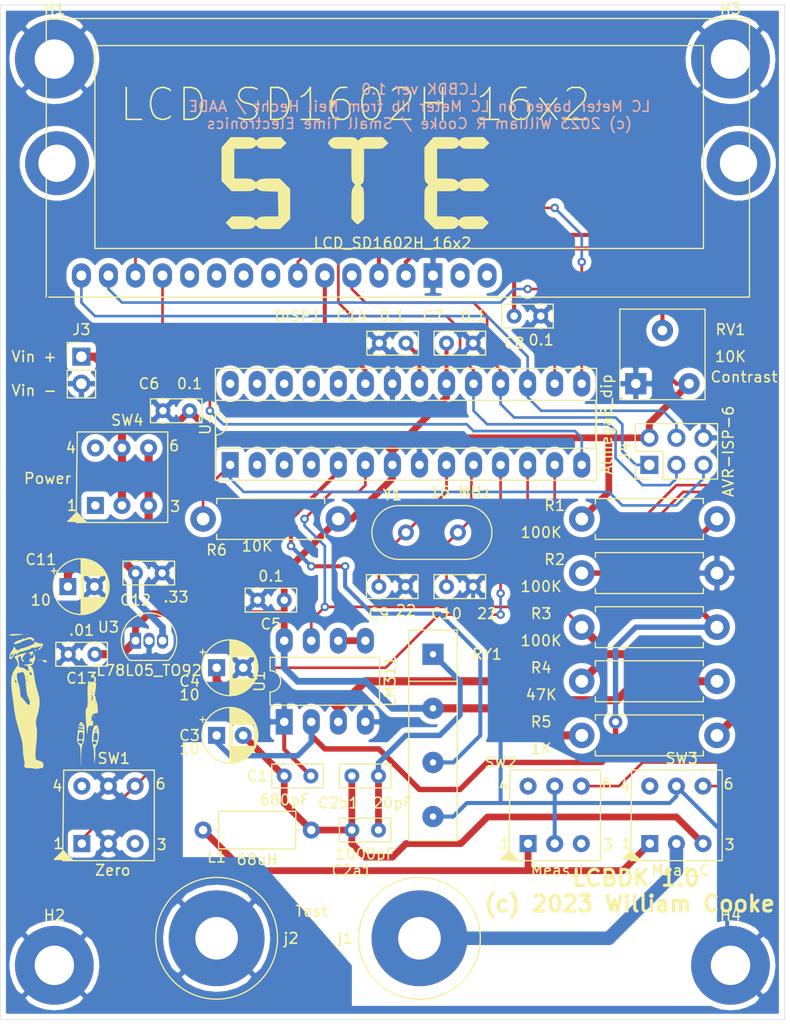
<source format=kicad_pcb>
(kicad_pcb (version 20171130) (host pcbnew 5.1.9+dfsg1-1+deb11u1)
  (layers (0 F.Cu signal) (31 B.Cu signal) (34 B.Paste user) (35 F.Paste user) (36 B.SilkS user hide) (37 F.SilkS user) (38 B.Mask user) (39 F.Mask user) (44 Edge.Cuts user))
  (net 0 "")
  (net 1 "Net-(C1-Pad1)")
  (net 2 GND)
  (net 3 "Net-(C3-Pad1)")
  (net 4 "Net-(C4-Pad1)")
  (net 5 VCC)
  (net 6 "Net-(C9-Pad1)")
  (net 7 "Net-(C10-Pad1)")
  (net 8 "Net-(C11-Pad1)")
  (net 9 "Net-(C14-Pad1)")
  (net 10 "Net-(C2a1-Pad2)")
  (net 11 "Net-(DISP1-Pad3)")
  (net 12 "Net-(DISP1-Pad4)")
  (net 13 "Net-(DISP1-Pad5)")
  (net 14 "Net-(DISP1-Pad6)")
  (net 15 "Net-(DISP1-Pad7)")
  (net 16 "Net-(DISP1-Pad8)")
  (net 17 "Net-(DISP1-Pad9)")
  (net 18 "Net-(DISP1-Pad10)")
  (net 19 "Net-(DISP1-Pad11)")
  (net 20 "Net-(DISP1-Pad12)")
  (net 21 "Net-(DISP1-Pad13)")
  (net 22 "Net-(DISP1-Pad14)")
  (net 23 "Net-(SW3-Pad2)")
  (net 24 "Net-(J3-Pad1)")
  (net 25 "Net-(L1-Pad1)")
  (net 26 "Net-(RY1-Pad3)")
  (net 27 "Net-(SW1-Pad1)")
  (net 28 "Net-(SW1-Pad4)")
  (net 29 "Net-(SW1-Pad3)")
  (net 30 "Net-(SW2-Pad6)")
  (net 31 "Net-(SW2-Pad4)")
  (net 32 "Net-(SW2-Pad3)")
  (net 33 "Net-(SW3-Pad4)")
  (net 34 "Net-(SW3-Pad6)")
  (net 35 "Net-(SW4-Pad1)")
  (net 36 "Net-(SW4-Pad4)")
  (net 37 "Net-(U1-Pad5)")
  (net 38 "Net-(U2-Pad2)")
  (net 39 "Net-(U2-Pad3)")
  (net 40 "Net-(U2-Pad4)")
  (net 41 "Net-(U2-Pad24)")
  (net 42 "Net-(U2-Pad25)")
  (net 43 "Net-(U2-Pad26)")
  (net 44 "Net-(U2-Pad27)")
  (net 45 "Net-(U2-Pad28)")
  (net 46 "Net-(J4-Pad5)")
  (net 47 "Net-(R3-Pad1)")
  (module bdk_electromechanical:ESwitch_TL2202_DPDT (layer F.Cu) (at 170.18 113.03)
    (fp_text reference SW3 (at 0.5 -8) (layer F.SilkS))
    (fp_text value Meas_C (at 0.4 2.5) (layer F.SilkS))
    (fp_text user 1 (at -4.7 0) (layer F.SilkS))
    (fp_text user 3 (at 5 0.1) (layer F.SilkS))
    (fp_text user 4 (at -4.8 -5.4) (layer F.SilkS))
    (fp_text user 6 (at 4.9 -5.6) (layer F.SilkS))
    (pad 1 thru_hole rect (at -2.5 0) (size 1.6 1.6) (drill 0.8) (layers *.Cu *.Mask) (net 25 "Net-(L1-Pad1)"))
    (pad 2 thru_hole circle (at 0 0) (size 1.6 1.6) (drill 0.8) (layers *.Cu *.Mask) (net 23 "Net-(SW3-Pad2)"))
    (pad 3 thru_hole circle (at 2.5 0) (size 1.6 1.6) (drill 0.8) (layers *.Cu *.Mask) (net 1 "Net-(C1-Pad1)"))
    (pad 4 thru_hole circle (at -2.5 -5.4) (size 1.6 1.6) (drill 0.8) (layers *.Cu *.Mask) (net 33 "Net-(SW3-Pad4)"))
    (pad 5 thru_hole circle (at 0 -5.4) (size 1.6 1.6) (drill 0.8) (layers *.Cu *.Mask) (net 2 GND))
    (pad 6 thru_hole circle (at 2.5 -5.4) (size 1.6 1.6) (drill 0.8) (layers *.Cu *.Mask) (net 34 "Net-(SW3-Pad6)"))
  )
  (module bdk_art:farmer_small (layer F.Cu) (at 111.76 99.695)
    (fp_text reference G*** hide)
    (fp_text value LOGO hide)
  )
  (module bdk_art:ste_logo (layer F.Cu) (at 140.335 51.435)
    (fp_text reference G*** hide)
    (fp_text value LOGO hide)
  )
  (module Capacitor_THT:C_Rect_L4.6mm_W2.0mm_P2.50mm_MKS02_FKP02 (layer F.Cu) (at 144.78 66.04 180)
    (fp_text reference C14 (at 5.08 2.54) (layer F.SilkS))
    (fp_text value 0.1 (at 1.27 2.54) (layer F.SilkS))
    (pad 2 thru_hole circle (at 2.5 0 180) (size 1.4 1.4) (drill 0.7) (layers *.Cu *.Mask) (net 2 GND))
    (pad 1 thru_hole circle (at 0 0 180) (size 1.4 1.4) (drill 0.7) (layers *.Cu *.Mask) (net 9 "Net-(C14-Pad1)"))
  )
  (module bdk_electromechanical:COMUS_Relay_35701331 (layer F.Cu) (at 147.32 102.87 270)
    (fp_text reference RY1 (at -7.62 -5.08 180) (layer F.SilkS))
    (fp_text value COMUS_ReedRelay_3570-1331)
    (pad 1 thru_hole rect (at -7.62 0 270) (size 2 2) (drill 0.6) (layers *.Cu *.Mask) (net 10 "Net-(C2a1-Pad2)"))
    (pad 2 thru_hole circle (at -2.54 0 270) (size 2 2) (drill 0.6) (layers *.Cu *.Mask) (net 5 VCC))
    (pad 3 thru_hole circle (at 2.54 0 270) (size 2 2) (drill 0.6) (layers *.Cu *.Mask) (net 26 "Net-(RY1-Pad3)"))
    (pad 4 thru_hole circle (at 7.62 0 270) (size 2 2) (drill 0.6) (layers *.Cu *.Mask) (net 2 GND))
  )
  (module Capacitor_THT:C_Rect_L4.6mm_W2.0mm_P2.50mm_MKS02_FKP02 (layer F.Cu) (at 133.35 106.68)
    (fp_text reference C1 (at -2.54 0) (layer F.SilkS))
    (fp_text value 680pF (at 0 2.25) (layer F.SilkS))
    (pad 1 thru_hole circle (at 0 0) (size 1.4 1.4) (drill 0.7) (layers *.Cu *.Mask) (net 1 "Net-(C1-Pad1)"))
    (pad 2 thru_hole circle (at 2.5 0) (size 1.4 1.4) (drill 0.7) (layers *.Cu *.Mask) (net 2 GND))
  )
  (module Capacitor_THT:CP_Radial_D5.0mm_P2.50mm (layer F.Cu) (at 127 102.87)
    (fp_text reference C3 (at -2.54 0) (layer F.SilkS))
    (fp_text value 10 (at -2.54 1.27) (layer F.SilkS))
    (pad 1 thru_hole rect (at 0 0) (size 1.6 1.6) (drill 0.8) (layers *.Cu *.Mask) (net 3 "Net-(C3-Pad1)"))
    (pad 2 thru_hole circle (at 2.5 0) (size 1.6 1.6) (drill 0.8) (layers *.Cu *.Mask) (net 1 "Net-(C1-Pad1)"))
  )
  (module Capacitor_THT:CP_Radial_D5.0mm_P2.50mm (layer F.Cu) (at 127 96.52)
    (fp_text reference C4 (at -2.54 1.27) (layer F.SilkS))
    (fp_text value 10 (at -2.54 2.54) (layer F.SilkS))
    (pad 2 thru_hole circle (at 2.5 0) (size 1.6 1.6) (drill 0.8) (layers *.Cu *.Mask) (net 2 GND))
    (pad 1 thru_hole rect (at 0 0) (size 1.6 1.6) (drill 0.8) (layers *.Cu *.Mask) (net 4 "Net-(C4-Pad1)"))
  )
  (module Capacitor_THT:C_Rect_L4.6mm_W2.0mm_P2.50mm_MKS02_FKP02 (layer F.Cu) (at 133.35 90.17 180)
    (fp_text reference C5 (at 1.25 -2.25) (layer F.SilkS))
    (fp_text value 0.1 (at 1.25 2.25) (layer F.SilkS))
    (pad 2 thru_hole circle (at 2.5 0 180) (size 1.4 1.4) (drill 0.7) (layers *.Cu *.Mask) (net 2 GND))
    (pad 1 thru_hole circle (at 0 0 180) (size 1.4 1.4) (drill 0.7) (layers *.Cu *.Mask) (net 5 VCC))
  )
  (module Capacitor_THT:C_Rect_L4.6mm_W2.0mm_P2.50mm_MKS02_FKP02 (layer F.Cu) (at 124.46 72.39 180)
    (fp_text reference C6 (at 3.81 2.54) (layer F.SilkS))
    (fp_text value 0.1 (at 0 2.54) (layer F.SilkS))
    (pad 2 thru_hole circle (at 2.5 0 180) (size 1.4 1.4) (drill 0.7) (layers *.Cu *.Mask) (net 2 GND))
    (pad 1 thru_hole circle (at 0 0 180) (size 1.4 1.4) (drill 0.7) (layers *.Cu *.Mask) (net 5 VCC))
  )
  (module Capacitor_THT:C_Rect_L4.6mm_W2.0mm_P2.50mm_MKS02_FKP02 (layer F.Cu) (at 148.59 66.04)
    (fp_text reference C7 (at -1.27 -2.54) (layer F.SilkS))
    (fp_text value 0.1 (at 2.54 -2.54) (layer F.SilkS))
    (pad 1 thru_hole circle (at 0 0) (size 1.4 1.4) (drill 0.7) (layers *.Cu *.Mask) (net 5 VCC))
    (pad 2 thru_hole circle (at 2.5 0) (size 1.4 1.4) (drill 0.7) (layers *.Cu *.Mask) (net 2 GND))
  )
  (module Capacitor_THT:C_Rect_L4.6mm_W2.0mm_P2.50mm_MKS02_FKP02 (layer F.Cu) (at 154.94 63.5)
    (fp_text reference C8 (at 0 2.54) (layer F.SilkS))
    (fp_text value 0.1 (at 2.54 2.25) (layer F.SilkS))
    (pad 1 thru_hole circle (at 0 0) (size 1.4 1.4) (drill 0.7) (layers *.Cu *.Mask) (net 5 VCC))
    (pad 2 thru_hole circle (at 2.5 0) (size 1.4 1.4) (drill 0.7) (layers *.Cu *.Mask) (net 2 GND))
  )
  (module Capacitor_THT:C_Rect_L4.6mm_W2.0mm_P2.50mm_MKS02_FKP02 (layer F.Cu) (at 142.24 88.9)
    (fp_text reference C9 (at 0 2.54) (layer F.SilkS))
    (fp_text value 22 (at 2.54 2.25) (layer F.SilkS))
    (pad 2 thru_hole circle (at 2.5 0) (size 1.4 1.4) (drill 0.7) (layers *.Cu *.Mask) (net 2 GND))
    (pad 1 thru_hole circle (at 0 0) (size 1.4 1.4) (drill 0.7) (layers *.Cu *.Mask) (net 6 "Net-(C9-Pad1)"))
  )
  (module Capacitor_THT:C_Rect_L4.6mm_W2.0mm_P2.50mm_MKS02_FKP02 (layer F.Cu) (at 148.59 88.9)
    (fp_text reference C10 (at 0 2.54) (layer F.SilkS))
    (fp_text value 22 (at 3.81 2.54) (layer F.SilkS))
    (pad 1 thru_hole circle (at 0 0) (size 1.4 1.4) (drill 0.7) (layers *.Cu *.Mask) (net 7 "Net-(C10-Pad1)"))
    (pad 2 thru_hole circle (at 2.5 0) (size 1.4 1.4) (drill 0.7) (layers *.Cu *.Mask) (net 2 GND))
  )
  (module Capacitor_THT:CP_Radial_D5.0mm_P2.50mm (layer F.Cu) (at 113.03 88.9)
    (fp_text reference C11 (at -2.54 -2.54) (layer F.SilkS))
    (fp_text value 10 (at -2.54 1.27) (layer F.SilkS))
    (pad 1 thru_hole rect (at 0 0) (size 1.6 1.6) (drill 0.8) (layers *.Cu *.Mask) (net 8 "Net-(C11-Pad1)"))
    (pad 2 thru_hole circle (at 2.5 0) (size 1.6 1.6) (drill 0.8) (layers *.Cu *.Mask) (net 2 GND))
  )
  (module Capacitor_THT:C_Rect_L4.6mm_W2.0mm_P2.50mm_MKS02_FKP02 (layer F.Cu) (at 119.38 87.63)
    (fp_text reference C12 (at 0 2.54) (layer F.SilkS))
    (fp_text value .33 (at 3.81 2.25) (layer F.SilkS))
    (pad 2 thru_hole circle (at 2.5 0) (size 1.4 1.4) (drill 0.7) (layers *.Cu *.Mask) (net 2 GND))
    (pad 1 thru_hole circle (at 0 0) (size 1.4 1.4) (drill 0.7) (layers *.Cu *.Mask) (net 8 "Net-(C11-Pad1)"))
  )
  (module Capacitor_THT:C_Rect_L4.6mm_W2.0mm_P2.50mm_MKS02_FKP02 (layer F.Cu) (at 115.57 95.25 180)
    (fp_text reference C13 (at 1.25 -2.25) (layer F.SilkS))
    (fp_text value .01 (at 1.25 2.25) (layer F.SilkS))
    (pad 1 thru_hole circle (at 0 0 180) (size 1.4 1.4) (drill 0.7) (layers *.Cu *.Mask) (net 5 VCC))
    (pad 2 thru_hole circle (at 2.5 0 180) (size 1.4 1.4) (drill 0.7) (layers *.Cu *.Mask) (net 2 GND))
  )
  (module Capacitor_THT:C_Rect_L4.6mm_W2.0mm_P2.50mm_MKS02_FKP02 (layer F.Cu) (at 139.7 111.76)
    (fp_text reference C2a1 (at 0 3.81) (layer F.SilkS))
    (fp_text value 1000pF (at 1.25 2.25) (layer F.SilkS))
    (pad 2 thru_hole circle (at 2.5 0) (size 1.4 1.4) (drill 0.7) (layers *.Cu *.Mask) (net 10 "Net-(C2a1-Pad2)"))
    (pad 1 thru_hole circle (at 0 0) (size 1.4 1.4) (drill 0.7) (layers *.Cu *.Mask) (net 1 "Net-(C1-Pad1)"))
  )
  (module Capacitor_THT:C_Rect_L4.6mm_W2.0mm_P2.50mm_MKS02_FKP02 (layer F.Cu) (at 139.7 106.68)
    (fp_text reference C2b1 (at -1.27 2.54) (layer F.SilkS))
    (fp_text value 20pF (at 3.81 2.54) (layer F.SilkS))
    (pad 1 thru_hole circle (at 0 0) (size 1.4 1.4) (drill 0.7) (layers *.Cu *.Mask) (net 1 "Net-(C1-Pad1)"))
    (pad 2 thru_hole circle (at 2.5 0) (size 1.4 1.4) (drill 0.7) (layers *.Cu *.Mask) (net 10 "Net-(C2a1-Pad2)"))
  )
  (module bdk_opto:LCD_SD1602H (layer F.Cu) (at 143.51 57.15)
    (fp_text reference DISP1 (at -8.89 6.35) (layer F.SilkS))
    (fp_text value LCD_SD1602H_16x2 (at 0 -0.5) (layer F.SilkS))
    (fp_text user "LCD SD1602H 16x2" (at -3.5 -13.5) (layer F.SilkS) (effects (font (size 3 3))))
    (pad 1 thru_hole rect (at 3.81 2.54) (size 1.778 2.286) (drill 0.9398) (layers *.Cu *.Mask) (net 2 GND))
    (pad 2 thru_hole oval (at 1.27 2.54) (size 1.778 2.286) (drill 0.9398) (layers *.Cu *.Mask) (net 5 VCC))
    (pad 3 thru_hole oval (at -1.27 2.54) (size 1.778 2.286) (drill 0.9398) (layers *.Cu *.Mask) (net 11 "Net-(DISP1-Pad3)"))
    (pad 4 thru_hole oval (at -3.81 2.54) (size 1.778 2.286) (drill 0.9398) (layers *.Cu *.Mask) (net 12 "Net-(DISP1-Pad4)"))
    (pad 5 thru_hole oval (at -6.35 2.54) (size 1.778 2.286) (drill 0.9398) (layers *.Cu *.Mask) (net 13 "Net-(DISP1-Pad5)"))
    (pad 6 thru_hole oval (at -8.89 2.54) (size 1.778 2.286) (drill 0.9398) (layers *.Cu *.Mask) (net 14 "Net-(DISP1-Pad6)"))
    (pad 7 thru_hole oval (at -11.43 2.54) (size 1.778 2.286) (drill 0.9398) (layers *.Cu *.Mask) (net 15 "Net-(DISP1-Pad7)"))
    (pad 8 thru_hole oval (at -13.97 2.54) (size 1.778 2.286) (drill 0.9398) (layers *.Cu *.Mask) (net 16 "Net-(DISP1-Pad8)"))
    (pad 9 thru_hole oval (at -16.51 2.54) (size 1.778 2.286) (drill 0.9398) (layers *.Cu *.Mask) (net 17 "Net-(DISP1-Pad9)"))
    (pad 10 thru_hole oval (at -19.05 2.54) (size 1.778 2.286) (drill 0.9398) (layers *.Cu *.Mask) (net 18 "Net-(DISP1-Pad10)"))
    (pad 11 thru_hole oval (at -21.59 2.54) (size 1.778 2.286) (drill 0.9398) (layers *.Cu *.Mask) (net 19 "Net-(DISP1-Pad11)"))
    (pad 12 thru_hole oval (at -24.13 2.54) (size 1.778 2.286) (drill 0.9398) (layers *.Cu *.Mask) (net 20 "Net-(DISP1-Pad12)"))
    (pad 13 thru_hole oval (at -26.67 2.54) (size 1.778 2.286) (drill 0.9398) (layers *.Cu *.Mask) (net 21 "Net-(DISP1-Pad13)"))
    (pad 14 thru_hole oval (at -29.21 2.54) (size 1.778 2.286) (drill 0.9398) (layers *.Cu *.Mask) (net 22 "Net-(DISP1-Pad14)"))
    (pad 15 thru_hole oval (at 8.89 2.54) (size 1.778 2.286) (drill 0.9398) (layers *.Cu *.Mask))
    (pad 16 thru_hole oval (at 6.35 2.54) (size 1.778 2.286) (drill 0.9398) (layers *.Cu *.Mask))
    (pad 17 thru_hole circle (at -31.5 -8) (size 6 6) (drill 3.5) (layers *.Cu *.Mask))
    (pad 18 thru_hole circle (at 32.5 -8) (size 6 6) (drill 3.5) (layers *.Cu *.Mask))
  )
  (module bdk_connector:tayda_binding_post (layer F.Cu) (at 146.05 121.92)
    (fp_text reference j1 (at -6.985 0) (layer F.SilkS))
    (fp_text value "Binding Post")
    (pad 1 thru_hole circle (at 0 0) (size 9 9) (drill 4) (layers *.Cu *.Mask) (net 23 "Net-(SW3-Pad2)"))
  )
  (module bdk_connector:tayda_binding_post (layer F.Cu) (at 127 121.92)
    (fp_text reference j2 (at 6.985 0) (layer F.SilkS))
    (fp_text value "Binding Post")
    (pad 1 thru_hole circle (at 0 0) (size 9 9) (drill 4) (layers *.Cu *.Mask) (net 2 GND))
  )
  (module Connector_PinHeader_2.54mm:PinHeader_1x02_P2.54mm_Vertical (layer F.Cu) (at 114.3 67.31)
    (fp_text reference J3 (at 0 -2.54) (layer F.SilkS))
    (fp_text value Conn_01x02)
    (pad 1 thru_hole rect (at 0 0) (size 1.7 1.7) (drill 1) (layers *.Cu *.Mask) (net 24 "Net-(J3-Pad1)"))
    (pad 2 thru_hole oval (at 0 2.54) (size 1.7 1.7) (drill 1) (layers *.Cu *.Mask) (net 2 GND))
  )
  (module Inductor_THT:L_Axial_L7.0mm_D3.3mm_P10.16mm_Horizontal_Fastron_MICC (layer F.Cu) (at 125.73 111.76)
    (fp_text reference L1 (at 1.27 2.54) (layer F.SilkS))
    (fp_text value 68uH (at 5.08 2.77) (layer F.SilkS))
    (pad 1 thru_hole circle (at 0 0) (size 1.6 1.6) (drill 0.8) (layers *.Cu *.Mask) (net 25 "Net-(L1-Pad1)"))
    (pad 2 thru_hole oval (at 10.16 0) (size 1.6 1.6) (drill 0.8) (layers *.Cu *.Mask) (net 1 "Net-(C1-Pad1)"))
  )
  (module Resistor_THT:R_Axial_DIN0411_L9.9mm_D3.6mm_P12.70mm_Horizontal (layer F.Cu) (at 161.29 82.55)
    (fp_text reference R1 (at -2.54 -1.27) (layer F.SilkS))
    (fp_text value 100K (at -3.81 1.27) (layer F.SilkS))
    (pad 1 thru_hole circle (at 0 0) (size 2.4 2.4) (drill 1.2) (layers *.Cu *.Mask) (net 5 VCC))
    (pad 2 thru_hole oval (at 12.7 0) (size 2.4 2.4) (drill 1.2) (layers *.Cu *.Mask) (net 3 "Net-(C3-Pad1)"))
  )
  (module Resistor_THT:R_Axial_DIN0411_L9.9mm_D3.6mm_P12.70mm_Horizontal (layer F.Cu) (at 161.29 87.63)
    (fp_text reference R2 (at -2.54 -1.27) (layer F.SilkS))
    (fp_text value 100K (at -3.81 1.27) (layer F.SilkS))
    (pad 2 thru_hole oval (at 12.7 0) (size 2.4 2.4) (drill 1.2) (layers *.Cu *.Mask) (net 2 GND))
    (pad 1 thru_hole circle (at 0 0) (size 2.4 2.4) (drill 1.2) (layers *.Cu *.Mask) (net 3 "Net-(C3-Pad1)"))
  )
  (module Resistor_THT:R_Axial_DIN0411_L9.9mm_D3.6mm_P12.70mm_Horizontal (layer F.Cu) (at 161.29 92.71)
    (fp_text reference R3 (at -3.81 -1.27) (layer F.SilkS))
    (fp_text value 100K (at -3.81 1.27) (layer F.SilkS))
    (pad 2 thru_hole oval (at 12.7 0) (size 2.4 2.4) (drill 1.2) (layers *.Cu *.Mask) (net 3 "Net-(C3-Pad1)"))
    (pad 1 thru_hole circle (at 0 0) (size 2.4 2.4) (drill 1.2) (layers *.Cu *.Mask) (net 47 "Net-(R3-Pad1)"))
  )
  (module Resistor_THT:R_Axial_DIN0411_L9.9mm_D3.6mm_P12.70mm_Horizontal (layer F.Cu) (at 161.29 97.79)
    (fp_text reference R4 (at -3.81 -1.27) (layer F.SilkS))
    (fp_text value 47K (at -3.81 1.27) (layer F.SilkS))
    (pad 2 thru_hole oval (at 12.7 0) (size 2.4 2.4) (drill 1.2) (layers *.Cu *.Mask) (net 4 "Net-(C4-Pad1)"))
    (pad 1 thru_hole circle (at 0 0) (size 2.4 2.4) (drill 1.2) (layers *.Cu *.Mask) (net 47 "Net-(R3-Pad1)"))
  )
  (module Resistor_THT:R_Axial_DIN0411_L9.9mm_D3.6mm_P12.70mm_Horizontal (layer F.Cu) (at 161.29 102.87)
    (fp_text reference R5 (at -3.81 -1.27) (layer F.SilkS))
    (fp_text value 1K (at -3.81 1.27) (layer F.SilkS))
    (pad 1 thru_hole circle (at 0 0) (size 2.4 2.4) (drill 1.2) (layers *.Cu *.Mask) (net 5 VCC))
    (pad 2 thru_hole oval (at 12.7 0) (size 2.4 2.4) (drill 1.2) (layers *.Cu *.Mask) (net 47 "Net-(R3-Pad1)"))
  )
  (module Resistor_THT:R_Axial_DIN0411_L9.9mm_D3.6mm_P12.70mm_Horizontal (layer F.Cu) (at 138.43 82.55 180)
    (fp_text reference R6 (at 11.43 -2.92) (layer F.SilkS))
    (fp_text value 10K (at 7.62 -2.54) (layer F.SilkS))
    (pad 1 thru_hole circle (at 0 0 180) (size 2.4 2.4) (drill 1.2) (layers *.Cu *.Mask) (net 5 VCC))
    (pad 2 thru_hole oval (at 12.7 0 180) (size 2.4 2.4) (drill 1.2) (layers *.Cu *.Mask) (net 46 "Net-(J4-Pad5)"))
  )
  (module bdk_passive:Tayda_Tokyo_Denshi_RM065_trimmer (layer F.Cu) (at 166.37 69.85)
    (fp_text reference RV1 (at 8.89 -5.08) (layer F.SilkS))
    (fp_text value 10K (at 8.89 -2.54) (layer F.SilkS))
    (pad 1 thru_hole rect (at 0 0) (size 2 2) (drill 0.9) (layers *.Cu *.Mask) (net 2 GND))
    (pad 2 thru_hole circle (at 2.5 -5) (size 2 2) (drill 0.9) (layers *.Cu *.Mask) (net 11 "Net-(DISP1-Pad3)"))
    (pad 3 thru_hole circle (at 5 0) (size 2 2) (drill 0.9) (layers *.Cu *.Mask) (net 5 VCC))
  )
  (module bdk_electromechanical:ESwitch_TL2202_DPDT (layer F.Cu) (at 116.84 113.03)
    (fp_text reference SW1 (at 0.5 -8) (layer F.SilkS))
    (fp_text value Zero (at 0.4 2.5) (layer F.SilkS))
    (fp_text user 6 (at 4.9 -5.6) (layer F.SilkS))
    (fp_text user 4 (at -4.8 -5.4) (layer F.SilkS))
    (fp_text user 3 (at 5 0.1) (layer F.SilkS))
    (fp_text user 1 (at -4.7 0) (layer F.SilkS))
    (pad 6 thru_hole circle (at 2.5 -5.4) (size 1.6 1.6) (drill 0.8) (layers *.Cu *.Mask) (net 27 "Net-(SW1-Pad1)"))
    (pad 5 thru_hole circle (at 0 -5.4) (size 1.6 1.6) (drill 0.8) (layers *.Cu *.Mask) (net 2 GND))
    (pad 4 thru_hole circle (at -2.5 -5.4) (size 1.6 1.6) (drill 0.8) (layers *.Cu *.Mask) (net 28 "Net-(SW1-Pad4)"))
    (pad 3 thru_hole circle (at 2.5 0) (size 1.6 1.6) (drill 0.8) (layers *.Cu *.Mask) (net 29 "Net-(SW1-Pad3)"))
    (pad 2 thru_hole circle (at 0 0) (size 1.6 1.6) (drill 0.8) (layers *.Cu *.Mask) (net 2 GND))
    (pad 1 thru_hole rect (at -2.5 0) (size 1.6 1.6) (drill 0.8) (layers *.Cu *.Mask) (net 27 "Net-(SW1-Pad1)"))
  )
  (module bdk_electromechanical:ESwitch_TL2202_DPDT (layer F.Cu) (at 158.75 113.03)
    (fp_text reference SW2 (at -5.08 -7.62) (layer F.SilkS))
    (fp_text value Meas_L (at 0.4 2.5) (layer F.SilkS))
    (fp_text user 6 (at 4.9 -5.6) (layer F.SilkS))
    (fp_text user 4 (at -4.8 -5.4) (layer F.SilkS))
    (fp_text user 3 (at 5 0.1) (layer F.SilkS))
    (fp_text user 1 (at -4.7 0) (layer F.SilkS))
    (pad 6 thru_hole circle (at 2.5 -5.4) (size 1.6 1.6) (drill 0.8) (layers *.Cu *.Mask) (net 30 "Net-(SW2-Pad6)"))
    (pad 5 thru_hole circle (at 0 -5.4) (size 1.6 1.6) (drill 0.8) (layers *.Cu *.Mask) (net 2 GND))
    (pad 4 thru_hole circle (at -2.5 -5.4) (size 1.6 1.6) (drill 0.8) (layers *.Cu *.Mask) (net 31 "Net-(SW2-Pad4)"))
    (pad 3 thru_hole circle (at 2.5 0) (size 1.6 1.6) (drill 0.8) (layers *.Cu *.Mask) (net 32 "Net-(SW2-Pad3)"))
    (pad 2 thru_hole circle (at 0 0) (size 1.6 1.6) (drill 0.8) (layers *.Cu *.Mask) (net 2 GND))
    (pad 1 thru_hole rect (at -2.5 0) (size 1.6 1.6) (drill 0.8) (layers *.Cu *.Mask) (net 25 "Net-(L1-Pad1)"))
  )
  (module bdk_electromechanical:ESwitch_TL2202_DPDT (layer F.Cu) (at 118.11 81.28)
    (fp_text reference SW4 (at 0.5 -8) (layer F.SilkS))
    (fp_text value TE2202)
    (fp_text user 1 (at -4.7 0) (layer F.SilkS))
    (fp_text user 3 (at 5 0.1) (layer F.SilkS))
    (fp_text user 4 (at -4.8 -5.4) (layer F.SilkS))
    (fp_text user 6 (at 4.9 -5.6) (layer F.SilkS))
    (pad 1 thru_hole rect (at -2.5 0) (size 1.6 1.6) (drill 0.8) (layers *.Cu *.Mask) (net 35 "Net-(SW4-Pad1)"))
    (pad 2 thru_hole circle (at 0 0) (size 1.6 1.6) (drill 0.8) (layers *.Cu *.Mask) (net 24 "Net-(J3-Pad1)"))
    (pad 3 thru_hole circle (at 2.5 0) (size 1.6 1.6) (drill 0.8) (layers *.Cu *.Mask) (net 8 "Net-(C11-Pad1)"))
    (pad 4 thru_hole circle (at -2.5 -5.4) (size 1.6 1.6) (drill 0.8) (layers *.Cu *.Mask) (net 36 "Net-(SW4-Pad4)"))
    (pad 5 thru_hole circle (at 0 -5.4) (size 1.6 1.6) (drill 0.8) (layers *.Cu *.Mask) (net 24 "Net-(J3-Pad1)"))
    (pad 6 thru_hole circle (at 2.5 -5.4) (size 1.6 1.6) (drill 0.8) (layers *.Cu *.Mask) (net 8 "Net-(C11-Pad1)"))
  )
  (module Package_DIP:DIP-8_W7.62mm_LongPads (layer F.Cu) (at 133.35 101.6 90)
    (fp_text reference U1 (at 3.81 -2.33 90) (layer F.SilkS))
    (fp_text value LM311 (at 3.81 9.95 90) (layer F.SilkS))
    (pad 1 thru_hole rect (at 0 0 90) (size 2.4 1.6) (drill 0.8) (layers *.Cu *.Mask) (net 2 GND))
    (pad 5 thru_hole oval (at 7.62 7.62 90) (size 2.4 1.6) (drill 0.8) (layers *.Cu *.Mask) (net 37 "Net-(U1-Pad5)"))
    (pad 2 thru_hole oval (at 0 2.54 90) (size 2.4 1.6) (drill 0.8) (layers *.Cu *.Mask) (net 3 "Net-(C3-Pad1)"))
    (pad 6 thru_hole oval (at 7.62 5.08 90) (size 2.4 1.6) (drill 0.8) (layers *.Cu *.Mask) (net 37 "Net-(U1-Pad5)"))
    (pad 3 thru_hole oval (at 0 5.08 90) (size 2.4 1.6) (drill 0.8) (layers *.Cu *.Mask) (net 4 "Net-(C4-Pad1)"))
    (pad 7 thru_hole oval (at 7.62 2.54 90) (size 2.4 1.6) (drill 0.8) (layers *.Cu *.Mask) (net 47 "Net-(R3-Pad1)"))
    (pad 4 thru_hole oval (at 0 7.62 90) (size 2.4 1.6) (drill 0.8) (layers *.Cu *.Mask) (net 2 GND))
    (pad 8 thru_hole oval (at 7.62 0 90) (size 2.4 1.6) (drill 0.8) (layers *.Cu *.Mask) (net 5 VCC))
  )
  (module Package_DIP:DIP-28_W7.62mm_Socket_LongPads (layer F.Cu) (at 128.27 77.47 90)
    (fp_text reference U2 (at 3.81 -2.33 90) (layer F.SilkS))
    (fp_text value Atmega8_dip (at 3.81 35.35 90) (layer F.SilkS))
    (pad 1 thru_hole rect (at 0 0 90) (size 2.4 1.6) (drill 0.8) (layers *.Cu *.Mask) (net 46 "Net-(J4-Pad5)"))
    (pad 15 thru_hole oval (at 7.62 33.02 90) (size 2.4 1.6) (drill 0.8) (layers *.Cu *.Mask) (net 20 "Net-(DISP1-Pad12)"))
    (pad 2 thru_hole oval (at 0 2.54 90) (size 2.4 1.6) (drill 0.8) (layers *.Cu *.Mask) (net 38 "Net-(U2-Pad2)"))
    (pad 16 thru_hole oval (at 7.62 30.48 90) (size 2.4 1.6) (drill 0.8) (layers *.Cu *.Mask) (net 21 "Net-(DISP1-Pad13)"))
    (pad 3 thru_hole oval (at 0 5.08 90) (size 2.4 1.6) (drill 0.8) (layers *.Cu *.Mask) (net 39 "Net-(U2-Pad3)"))
    (pad 17 thru_hole oval (at 7.62 27.94 90) (size 2.4 1.6) (drill 0.8) (layers *.Cu *.Mask) (net 22 "Net-(DISP1-Pad14)"))
    (pad 4 thru_hole oval (at 0 7.62 90) (size 2.4 1.6) (drill 0.8) (layers *.Cu *.Mask) (net 40 "Net-(U2-Pad4)"))
    (pad 18 thru_hole oval (at 7.62 25.4 90) (size 2.4 1.6) (drill 0.8) (layers *.Cu *.Mask) (net 12 "Net-(DISP1-Pad4)"))
    (pad 5 thru_hole oval (at 0 10.16 90) (size 2.4 1.6) (drill 0.8) (layers *.Cu *.Mask) (net 26 "Net-(RY1-Pad3)"))
    (pad 19 thru_hole oval (at 7.62 22.86 90) (size 2.4 1.6) (drill 0.8) (layers *.Cu *.Mask) (net 14 "Net-(DISP1-Pad6)"))
    (pad 6 thru_hole oval (at 0 12.7 90) (size 2.4 1.6) (drill 0.8) (layers *.Cu *.Mask) (net 47 "Net-(R3-Pad1)"))
    (pad 20 thru_hole oval (at 7.62 20.32 90) (size 2.4 1.6) (drill 0.8) (layers *.Cu *.Mask) (net 5 VCC))
    (pad 7 thru_hole oval (at 0 15.24 90) (size 2.4 1.6) (drill 0.8) (layers *.Cu *.Mask) (net 5 VCC))
    (pad 21 thru_hole oval (at 7.62 17.78 90) (size 2.4 1.6) (drill 0.8) (layers *.Cu *.Mask) (net 9 "Net-(C14-Pad1)"))
    (pad 8 thru_hole oval (at 0 17.78 90) (size 2.4 1.6) (drill 0.8) (layers *.Cu *.Mask) (net 2 GND))
    (pad 22 thru_hole oval (at 7.62 15.24 90) (size 2.4 1.6) (drill 0.8) (layers *.Cu *.Mask) (net 2 GND))
    (pad 9 thru_hole oval (at 0 20.32 90) (size 2.4 1.6) (drill 0.8) (layers *.Cu *.Mask) (net 6 "Net-(C9-Pad1)"))
    (pad 23 thru_hole oval (at 7.62 12.7 90) (size 2.4 1.6) (drill 0.8) (layers *.Cu *.Mask) (net 13 "Net-(DISP1-Pad5)"))
    (pad 10 thru_hole oval (at 0 22.86 90) (size 2.4 1.6) (drill 0.8) (layers *.Cu *.Mask) (net 7 "Net-(C10-Pad1)"))
    (pad 24 thru_hole oval (at 7.62 10.16 90) (size 2.4 1.6) (drill 0.8) (layers *.Cu *.Mask) (net 41 "Net-(U2-Pad24)"))
    (pad 11 thru_hole oval (at 0 25.4 90) (size 2.4 1.6) (drill 0.8) (layers *.Cu *.Mask) (net 27 "Net-(SW1-Pad1)"))
    (pad 25 thru_hole oval (at 7.62 7.62 90) (size 2.4 1.6) (drill 0.8) (layers *.Cu *.Mask) (net 42 "Net-(U2-Pad25)"))
    (pad 12 thru_hole oval (at 0 27.94 90) (size 2.4 1.6) (drill 0.8) (layers *.Cu *.Mask) (net 30 "Net-(SW2-Pad6)"))
    (pad 26 thru_hole oval (at 7.62 5.08 90) (size 2.4 1.6) (drill 0.8) (layers *.Cu *.Mask) (net 43 "Net-(U2-Pad26)"))
    (pad 13 thru_hole oval (at 0 30.48 90) (size 2.4 1.6) (drill 0.8) (layers *.Cu *.Mask) (net 34 "Net-(SW3-Pad6)"))
    (pad 27 thru_hole oval (at 7.62 2.54 90) (size 2.4 1.6) (drill 0.8) (layers *.Cu *.Mask) (net 44 "Net-(U2-Pad27)"))
    (pad 14 thru_hole oval (at 0 33.02 90) (size 2.4 1.6) (drill 0.8) (layers *.Cu *.Mask) (net 19 "Net-(DISP1-Pad11)"))
    (pad 28 thru_hole oval (at 7.62 0 90) (size 2.4 1.6) (drill 0.8) (layers *.Cu *.Mask) (net 45 "Net-(U2-Pad28)"))
  )
  (module Package_TO_SOT_THT:TO-92_Inline (layer F.Cu) (at 119.38 93.98)
    (fp_text reference U3 (at -2.54 -1.27) (layer F.SilkS))
    (fp_text value L78L05_TO92 (at 1.27 2.79) (layer F.SilkS))
    (pad 2 thru_hole oval (at 1.27 0) (size 1.05 1.5) (drill 0.75) (layers *.Cu *.Mask) (net 2 GND))
    (pad 3 thru_hole oval (at 2.54 0) (size 1.05 1.5) (drill 0.75) (layers *.Cu *.Mask) (net 8 "Net-(C11-Pad1)"))
    (pad 1 thru_hole rect (at 0 0) (size 1.05 1.5) (drill 0.75) (layers *.Cu *.Mask) (net 5 VCC))
  )
  (module Crystal:Crystal_HC49-U_Vertical (layer F.Cu) (at 144.78 83.82)
    (fp_text reference Y1 (at -1.27 -3.525) (layer F.SilkS))
    (fp_text value "16 MHz" (at 5.08 -3.81) (layer F.SilkS))
    (pad 1 thru_hole circle (at 0 0) (size 1.5 1.5) (drill 0.8) (layers *.Cu *.Mask) (net 6 "Net-(C9-Pad1)"))
    (pad 2 thru_hole circle (at 4.88 0) (size 1.5 1.5) (drill 0.8) (layers *.Cu *.Mask) (net 7 "Net-(C10-Pad1)"))
  )
  (module Connector_PinHeader_2.54mm:PinHeader_2x03_P2.54mm_Vertical (layer F.Cu) (at 167.64 77.47 90)
    (fp_text reference J4 (at 1.27 -2.33 90) (layer F.SilkS))
    (fp_text value AVR-ISP-6 (at 1.27 7.41 90) (layer F.SilkS))
    (pad 1 thru_hole rect (at 0 0 90) (size 1.7 1.7) (drill 1) (layers *.Cu *.Mask) (net 12 "Net-(DISP1-Pad4)"))
    (pad 2 thru_hole oval (at 2.54 0 90) (size 1.7 1.7) (drill 1) (layers *.Cu *.Mask) (net 5 VCC))
    (pad 3 thru_hole oval (at 0 2.54 90) (size 1.7 1.7) (drill 1) (layers *.Cu *.Mask) (net 14 "Net-(DISP1-Pad6)"))
    (pad 4 thru_hole oval (at 2.54 2.54 90) (size 1.7 1.7) (drill 1) (layers *.Cu *.Mask) (net 22 "Net-(DISP1-Pad14)"))
    (pad 5 thru_hole oval (at 0 5.08 90) (size 1.7 1.7) (drill 1) (layers *.Cu *.Mask) (net 46 "Net-(J4-Pad5)"))
    (pad 6 thru_hole oval (at 2.54 5.08 90) (size 1.7 1.7) (drill 1) (layers *.Cu *.Mask) (net 2 GND))
  )
  (module MountingHole:MountingHole_3.7mm_Pad_TopBottom (layer F.Cu) (at 111.76 39.37)
    (fp_text reference H1 (at 0 -4.7) (layer F.SilkS))
    (fp_text value M3)
    (pad 1 connect circle (at 0 0) (size 7.4 7.4) (layers B.Cu B.Mask) (net 2 GND))
    (pad 1 connect circle (at 0 0) (size 7.4 7.4) (layers F.Cu F.Mask) (net 2 GND))
    (pad 1 thru_hole circle (at 0 0) (size 4.1 4.1) (drill 3.7) (layers *.Cu *.Mask) (net 2 GND))
  )
  (module MountingHole:MountingHole_3.7mm_Pad_TopBottom (layer F.Cu) (at 111.76 124.46)
    (fp_text reference H2 (at 0 -4.7) (layer F.SilkS))
    (fp_text value M3)
    (pad 1 thru_hole circle (at 0 0) (size 4.1 4.1) (drill 3.7) (layers *.Cu *.Mask) (net 2 GND))
    (pad 1 connect circle (at 0 0) (size 7.4 7.4) (layers F.Cu F.Mask) (net 2 GND))
    (pad 1 connect circle (at 0 0) (size 7.4 7.4) (layers B.Cu B.Mask) (net 2 GND))
  )
  (module MountingHole:MountingHole_3.7mm_Pad_TopBottom (layer F.Cu) (at 175.26 39.37)
    (fp_text reference H3 (at 0 -4.7) (layer F.SilkS))
    (fp_text value M3)
    (pad 1 connect circle (at 0 0) (size 7.4 7.4) (layers B.Cu B.Mask) (net 2 GND))
    (pad 1 connect circle (at 0 0) (size 7.4 7.4) (layers F.Cu F.Mask) (net 2 GND))
    (pad 1 thru_hole circle (at 0 0) (size 4.1 4.1) (drill 3.7) (layers *.Cu *.Mask) (net 2 GND))
  )
  (module MountingHole:MountingHole_3.7mm_Pad_TopBottom (layer F.Cu) (at 175.26 124.46)
    (fp_text reference H4 (at 0 -4.7) (layer F.SilkS))
    (fp_text value M3)
    (pad 1 thru_hole circle (at 0 0) (size 4.1 4.1) (drill 3.7) (layers *.Cu *.Mask) (net 2 GND))
    (pad 1 connect circle (at 0 0) (size 7.4 7.4) (layers F.Cu F.Mask) (net 2 GND))
    (pad 1 connect circle (at 0 0) (size 7.4 7.4) (layers B.Cu B.Mask) (net 2 GND))
  )
  (gr_text Test (at 135.89 119.38) (layer F.SilkS) (effects (font (size 1 1))))
  (gr_text Contrast (at 176.53 69.215) (layer F.SilkS) (effects (font (size 1 1))))
  (gr_text "Vin -" (at 109.855 70.485) (layer F.SilkS) (effects (font (size 1 1))))
  (gr_text "Vin +" (at 109.855 67.31) (layer F.SilkS) (effects (font (size 1 1))))
  (gr_text Power (at 111.125 78.74) (layer F.SilkS) (effects (font (size 1 1))))
  (gr_text "LCBDK ver 1.0\nLC Meter based on LC Meter IIb from Neil Hecht / AADE\n(c) 2023 William R Cooke / Small Time Electronics" (at 146.05 43.815) (layer B.SilkS) (effects (font (size 1 1)) (justify mirror)))
  (gr_text "LCBDK 1.0\n(c) 2023 William Cooke " (at 166.37 117.475) (layer F.SilkS) (effects (font (size 1.5 1.5) (thickness 0.3))))
  (gr_line (start 106.68 34.29) (end 107.95 34.29) (layer Edge.Cuts) (width 0.05))
  (gr_line (start 106.68 129.54) (end 106.68 34.29) (layer Edge.Cuts) (width 0.05))
  (gr_line (start 109.22 129.54) (end 106.68 129.54) (layer Edge.Cuts) (width 0.05))
  (gr_line (start 180.34 129.54) (end 109.22 129.54) (layer Edge.Cuts) (width 0.05))
  (gr_line (start 180.34 127) (end 180.34 129.54) (layer Edge.Cuts) (width 0.05))
  (gr_line (start 180.34 34.29) (end 180.34 127) (layer Edge.Cuts) (width 0.05))
  (gr_line (start 107.95 34.29) (end 180.34 34.29) (layer Edge.Cuts) (width 0.05))
  (segment (start 139.7 111.76) (end 139.7 106.68) (width 0.635) (layer F.Cu) (net 1))
  (segment (start 139.7 111.76) (end 135.89 111.76) (width 0.635) (layer F.Cu) (net 1))
  (segment (start 135.89 111.76) (end 133.35 109.22) (width 0.635) (layer F.Cu) (net 1))
  (segment (start 133.35 109.22) (end 133.35 106.68) (width 0.635) (layer F.Cu) (net 1))
  (segment (start 133.31 106.68) (end 129.5 102.87) (width 0.635) (layer F.Cu) (net 1))
  (segment (start 133.35 106.68) (end 133.31 106.68) (width 0.635) (layer F.Cu) (net 1))
  (segment (start 172.68 113.03) (end 170.18 110.53) (width 0.635) (layer F.Cu) (net 1))
  (segment (start 170.18 110.53) (end 152.44 110.53) (width 0.635) (layer F.Cu) (net 1))
  (segment (start 152.44 110.53) (end 149.94 113.03) (width 0.635) (layer F.Cu) (net 1))
  (segment (start 149.94 113.03) (end 144.78 113.03) (width 0.635) (layer F.Cu) (net 1))
  (segment (start 144.78 113.03) (end 143.51 114.3) (width 0.635) (layer F.Cu) (net 1))
  (segment (start 143.51 114.3) (end 140.97 114.3) (width 0.635) (layer F.Cu) (net 1))
  (segment (start 140.97 114.3) (end 139.7 113.03) (width 0.635) (layer F.Cu) (net 1))
  (segment (start 139.7 113.03) (end 139.7 111.76) (width 0.635) (layer F.Cu) (net 1))
  (segment (start 135.85 106.68) (end 133.35 104.18) (width 0.381) (layer F.Cu) (net 2))
  (segment (start 133.35 104.18) (end 133.35 101.6) (width 0.381) (layer F.Cu) (net 2))
  (segment (start 147.32 110.49) (end 149.225 110.49) (width 0.381) (layer B.Cu) (net 2))
  (segment (start 149.225 110.49) (end 150.495 109.22) (width 0.381) (layer B.Cu) (net 2))
  (segment (start 158.75 109.22) (end 158.75 107.63) (width 0.381) (layer B.Cu) (net 2))
  (segment (start 158.75 113.03) (end 158.75 109.22) (width 0.381) (layer B.Cu) (net 2))
  (segment (start 158.75 109.22) (end 169.545 109.22) (width 0.381) (layer B.Cu) (net 2))
  (segment (start 169.545 109.22) (end 170.18 108.585) (width 0.381) (layer B.Cu) (net 2))
  (segment (start 170.18 108.585) (end 170.18 107.63) (width 0.381) (layer B.Cu) (net 2))
  (segment (start 170.18 107.63) (end 174.945 112.395) (width 0.381) (layer B.Cu) (net 2))
  (segment (start 174.945 124.145) (end 175.26 124.46) (width 0.381) (layer B.Cu) (net 2))
  (segment (start 174.945 112.395) (end 174.945 124.145) (width 0.381) (layer B.Cu) (net 2))
  (segment (start 153.67 109.22) (end 153.67 94.615) (width 0.381) (layer B.Cu) (net 2))
  (segment (start 150.495 109.22) (end 153.67 109.22) (width 0.381) (layer B.Cu) (net 2))
  (segment (start 153.67 109.22) (end 158.75 109.22) (width 0.381) (layer B.Cu) (net 2))
  (segment (start 151.09 92.035) (end 151.09 88.9) (width 0.381) (layer B.Cu) (net 2))
  (segment (start 153.67 94.615) (end 151.09 92.035) (width 0.381) (layer B.Cu) (net 2))
  (segment (start 127 102.87) (end 127 103.505) (width 0.508) (layer B.Cu) (net 3))
  (segment (start 127 103.505) (end 128.27 104.775) (width 0.508) (layer B.Cu) (net 3))
  (segment (start 128.27 104.775) (end 134.62 104.775) (width 0.508) (layer B.Cu) (net 3))
  (segment (start 135.89 103.505) (end 135.89 101.6) (width 0.508) (layer B.Cu) (net 3))
  (segment (start 134.62 104.775) (end 135.89 103.505) (width 0.508) (layer B.Cu) (net 3))
  (segment (start 170.815 85.725) (end 173.99 82.55) (width 0.508) (layer F.Cu) (net 3))
  (segment (start 170.815 87.63) (end 170.815 85.725) (width 0.508) (layer F.Cu) (net 3))
  (segment (start 170.815 89.535) (end 173.99 92.71) (width 0.508) (layer F.Cu) (net 3))
  (segment (start 170.815 87.63) (end 170.815 89.535) (width 0.508) (layer F.Cu) (net 3))
  (segment (start 161.29 87.63) (end 170.815 87.63) (width 0.508) (layer F.Cu) (net 3))
  (segment (start 135.89 101.6) (end 135.89 102.87) (width 0.508) (layer F.Cu) (net 3))
  (segment (start 135.89 102.87) (end 137.16 104.14) (width 0.508) (layer F.Cu) (net 3))
  (segment (start 137.16 104.14) (end 142.24 104.14) (width 0.508) (layer F.Cu) (net 3))
  (segment (start 142.24 104.14) (end 146.05 107.95) (width 0.508) (layer F.Cu) (net 3))
  (segment (start 146.05 107.95) (end 149.86 107.95) (width 0.508) (layer F.Cu) (net 3))
  (segment (start 149.86 107.95) (end 152.4 105.41) (width 0.508) (layer F.Cu) (net 3))
  (segment (start 152.4 105.41) (end 163.195 105.41) (width 0.508) (layer F.Cu) (net 3))
  (segment (start 163.195 105.41) (end 164.465 104.14) (width 0.508) (layer F.Cu) (net 3))
  (segment (start 164.465 104.14) (end 164.465 101.6) (width 0.508) (layer F.Cu) (net 3))
  (via (at 164.465 101.6) (size 1.27) (drill 0.635) (layers F.Cu B.Cu) (net 3))
  (segment (start 164.465 101.6) (end 164.465 94.615) (width 0.508) (layer B.Cu) (net 3))
  (segment (start 166.37 92.71) (end 173.99 92.71) (width 0.508) (layer B.Cu) (net 3))
  (segment (start 164.465 94.615) (end 166.37 92.71) (width 0.508) (layer B.Cu) (net 3))
  (segment (start 173.99 97.79) (end 166.37 97.79) (width 0.762) (layer F.Cu) (net 4))
  (segment (start 164.588999 99.571001) (end 157.991001 99.571001) (width 0.762) (layer F.Cu) (net 4))
  (segment (start 166.37 97.79) (end 164.588999 99.571001) (width 0.762) (layer F.Cu) (net 4))
  (segment (start 157.991001 99.571001) (end 156.21 97.79) (width 0.762) (layer F.Cu) (net 4))
  (segment (start 138.43 101.6) (end 138.43 100.33) (width 0.762) (layer F.Cu) (net 4))
  (segment (start 138.43 100.33) (end 140.97 97.79) (width 0.762) (layer F.Cu) (net 4))
  (segment (start 140.97 97.79) (end 156.21 97.79) (width 0.762) (layer F.Cu) (net 4))
  (segment (start 138.43 100.33) (end 137.16 99.06) (width 0.762) (layer F.Cu) (net 4))
  (segment (start 137.16 99.06) (end 128.27 99.06) (width 0.762) (layer F.Cu) (net 4))
  (segment (start 127 97.79) (end 127 96.52) (width 0.762) (layer F.Cu) (net 4))
  (segment (start 128.27 99.06) (end 127 97.79) (width 0.762) (layer F.Cu) (net 4))
  (segment (start 115.57 95.25) (end 118.11 95.25) (width 0.762) (layer F.Cu) (net 5))
  (segment (start 118.11 95.25) (end 119.38 93.98) (width 0.762) (layer F.Cu) (net 5))
  (segment (start 161.29 102.87) (end 157.48 102.87) (width 0.762) (layer F.Cu) (net 5))
  (segment (start 154.94 100.33) (end 147.32 100.33) (width 0.762) (layer F.Cu) (net 5))
  (segment (start 157.48 102.87) (end 154.94 100.33) (width 0.762) (layer F.Cu) (net 5))
  (segment (start 119.38 93.98) (end 119.38 92.71) (width 0.635) (layer F.Cu) (net 5))
  (segment (start 119.38 92.71) (end 120.65 91.44) (width 0.635) (layer F.Cu) (net 5))
  (segment (start 133.35 91.44) (end 133.35 90.17) (width 0.635) (layer F.Cu) (net 5))
  (segment (start 133.35 93.98) (end 133.35 91.44) (width 0.635) (layer F.Cu) (net 5))
  (segment (start 120.65 91.44) (end 124.46 91.44) (width 0.635) (layer F.Cu) (net 5))
  (segment (start 143.51 77.47) (end 143.51 78.74) (width 0.635) (layer F.Cu) (net 5))
  (segment (start 139.7 82.55) (end 138.43 82.55) (width 0.635) (layer F.Cu) (net 5))
  (segment (start 143.51 78.74) (end 139.7 82.55) (width 0.635) (layer F.Cu) (net 5))
  (segment (start 148.59 69.85) (end 148.59 71.12) (width 0.635) (layer F.Cu) (net 5))
  (segment (start 143.51 76.2) (end 143.51 77.47) (width 0.635) (layer F.Cu) (net 5))
  (segment (start 133.35 87.63) (end 133.35 90.17) (width 0.635) (layer F.Cu) (net 5))
  (segment (start 138.43 82.55) (end 133.35 87.63) (width 0.635) (layer F.Cu) (net 5))
  (segment (start 147.32 100.33) (end 143.51 100.33) (width 0.635) (layer B.Cu) (net 5))
  (segment (start 143.51 100.33) (end 140.97 97.79) (width 0.635) (layer B.Cu) (net 5))
  (segment (start 140.97 97.79) (end 134.62 97.79) (width 0.635) (layer B.Cu) (net 5))
  (segment (start 133.35 96.52) (end 133.35 93.98) (width 0.635) (layer B.Cu) (net 5))
  (segment (start 134.62 97.79) (end 133.35 96.52) (width 0.635) (layer B.Cu) (net 5))
  (segment (start 163.83 80.01) (end 161.29 82.55) (width 0.635) (layer F.Cu) (net 5))
  (segment (start 167.64 74.93) (end 163.83 74.93) (width 0.635) (layer F.Cu) (net 5))
  (segment (start 163.83 74.93) (end 163.83 80.01) (width 0.635) (layer F.Cu) (net 5))
  (segment (start 144.78 74.93) (end 143.51 76.2) (width 0.635) (layer F.Cu) (net 5))
  (segment (start 148.59 71.12) (end 144.78 74.93) (width 0.635) (layer F.Cu) (net 5))
  (segment (start 163.83 74.93) (end 144.78 74.93) (width 0.635) (layer F.Cu) (net 5))
  (segment (start 167.64 73.58) (end 167.64 74.93) (width 0.635) (layer F.Cu) (net 5))
  (segment (start 171.37 69.85) (end 167.64 73.58) (width 0.635) (layer F.Cu) (net 5))
  (segment (start 124.46 91.44) (end 124.46 86.36) (width 0.635) (layer F.Cu) (net 5))
  (segment (start 124.46 91.44) (end 133.35 91.44) (width 0.635) (layer F.Cu) (net 5))
  (segment (start 124.46 86.36) (end 123.19 85.09) (width 0.635) (layer F.Cu) (net 5))
  (segment (start 123.19 73.66) (end 124.46 72.39) (width 0.635) (layer F.Cu) (net 5))
  (segment (start 123.19 85.09) (end 123.19 73.66) (width 0.635) (layer F.Cu) (net 5))
  (segment (start 124.46 72.39) (end 127 74.93) (width 0.635) (layer F.Cu) (net 5))
  (segment (start 127 74.93) (end 142.24 74.93) (width 0.635) (layer F.Cu) (net 5))
  (segment (start 142.24 74.93) (end 143.51 76.2) (width 0.635) (layer F.Cu) (net 5))
  (segment (start 166.37 66.04) (end 170.18 69.85) (width 0.381) (layer F.Cu) (net 5))
  (segment (start 166.37 58.42) (end 166.37 66.04) (width 0.381) (layer F.Cu) (net 5))
  (segment (start 165.1 57.15) (end 166.37 58.42) (width 0.381) (layer F.Cu) (net 5))
  (segment (start 170.18 69.85) (end 171.37 69.85) (width 0.381) (layer F.Cu) (net 5))
  (segment (start 144.78 58.42) (end 146.05 57.15) (width 0.381) (layer F.Cu) (net 5))
  (segment (start 144.78 59.69) (end 144.78 58.42) (width 0.381) (layer F.Cu) (net 5))
  (segment (start 154.94 63.5) (end 154.94 57.15) (width 0.381) (layer F.Cu) (net 5))
  (segment (start 154.94 57.15) (end 156.21 57.15) (width 0.381) (layer F.Cu) (net 5))
  (segment (start 156.21 57.15) (end 165.1 57.15) (width 0.381) (layer F.Cu) (net 5))
  (segment (start 146.05 57.15) (end 156.21 57.15) (width 0.381) (layer F.Cu) (net 5))
  (segment (start 148.59 69.85) (end 148.59 66.04) (width 0.381) (layer F.Cu) (net 5))
  (segment (start 144.78 83.82) (end 148.59 80.01) (width 0.25) (layer F.Cu) (net 6))
  (segment (start 148.59 80.01) (end 148.59 77.47) (width 0.25) (layer F.Cu) (net 6))
  (segment (start 142.24 86.36) (end 144.78 83.82) (width 0.25) (layer F.Cu) (net 6))
  (segment (start 142.24 88.9) (end 142.24 86.36) (width 0.25) (layer F.Cu) (net 6))
  (segment (start 149.66 83.82) (end 150.93 82.55) (width 0.25) (layer F.Cu) (net 7))
  (segment (start 150.93 77.67) (end 151.13 77.47) (width 0.25) (layer F.Cu) (net 7))
  (segment (start 150.93 82.55) (end 150.93 77.67) (width 0.25) (layer F.Cu) (net 7))
  (segment (start 148.59 84.89) (end 149.66 83.82) (width 0.25) (layer F.Cu) (net 7))
  (segment (start 148.59 88.9) (end 148.59 84.89) (width 0.25) (layer F.Cu) (net 7))
  (segment (start 120.61 75.88) (end 120.61 81.28) (width 0.762) (layer F.Cu) (net 8))
  (segment (start 120.61 81.28) (end 120.61 82.59) (width 0.762) (layer F.Cu) (net 8))
  (segment (start 116.84 86.36) (end 114.3 86.36) (width 0.762) (layer F.Cu) (net 8))
  (segment (start 113.03 87.63) (end 113.03 88.9) (width 0.762) (layer F.Cu) (net 8))
  (segment (start 114.3 86.36) (end 113.03 87.63) (width 0.762) (layer F.Cu) (net 8))
  (segment (start 119.38 87.63) (end 117.475 85.725) (width 0.762) (layer F.Cu) (net 8))
  (segment (start 117.475 85.725) (end 116.84 86.36) (width 0.762) (layer F.Cu) (net 8))
  (segment (start 120.61 82.59) (end 117.475 85.725) (width 0.762) (layer F.Cu) (net 8))
  (segment (start 121.92 93.98) (end 121.92 92.71) (width 0.635) (layer B.Cu) (net 8))
  (segment (start 119.38 90.17) (end 119.38 87.63) (width 0.635) (layer B.Cu) (net 8))
  (segment (start 121.92 92.71) (end 119.38 90.17) (width 0.635) (layer B.Cu) (net 8))
  (segment (start 146.05 67.31) (end 144.78 66.04) (width 0.381) (layer F.Cu) (net 9))
  (segment (start 146.05 69.85) (end 146.05 67.31) (width 0.381) (layer F.Cu) (net 9))
  (segment (start 142.2 111.76) (end 142.2 106.68) (width 0.635) (layer F.Cu) (net 10))
  (segment (start 142.2 106.68) (end 142.2 105.45) (width 0.508) (layer B.Cu) (net 10))
  (segment (start 142.2 105.45) (end 144.78 102.87) (width 0.508) (layer B.Cu) (net 10))
  (segment (start 144.78 102.87) (end 147.955 102.87) (width 0.508) (layer B.Cu) (net 10))
  (segment (start 147.955 102.87) (end 149.86 100.965) (width 0.508) (layer B.Cu) (net 10))
  (segment (start 149.86 97.79) (end 147.32 95.25) (width 0.508) (layer B.Cu) (net 10))
  (segment (start 149.86 100.965) (end 149.86 97.79) (width 0.508) (layer B.Cu) (net 10))
  (segment (start 142.24 59.69) (end 142.24 57.15) (width 0.381) (layer F.Cu) (net 11))
  (segment (start 142.24 57.15) (end 143.51 55.88) (width 0.381) (layer F.Cu) (net 11))
  (segment (start 143.51 55.88) (end 167.64 55.88) (width 0.381) (layer F.Cu) (net 11))
  (segment (start 168.87 57.11) (end 168.87 64.85) (width 0.381) (layer F.Cu) (net 11))
  (segment (start 167.64 55.88) (end 168.87 57.11) (width 0.381) (layer F.Cu) (net 11))
  (segment (start 153.67 69.85) (end 153.67 68.58) (width 0.25) (layer F.Cu) (net 12))
  (segment (start 153.67 68.58) (end 152.4 67.31) (width 0.25) (layer F.Cu) (net 12))
  (segment (start 152.4 67.31) (end 152.4 63.5) (width 0.25) (layer F.Cu) (net 12))
  (segment (start 152.4 63.5) (end 151.13 62.23) (width 0.25) (layer F.Cu) (net 12))
  (segment (start 151.13 62.23) (end 140.97 62.23) (width 0.25) (layer F.Cu) (net 12))
  (segment (start 139.7 60.96) (end 139.7 59.69) (width 0.25) (layer F.Cu) (net 12))
  (segment (start 140.97 62.23) (end 139.7 60.96) (width 0.25) (layer F.Cu) (net 12))
  (segment (start 153.67 71.755) (end 153.67 69.85) (width 0.25) (layer B.Cu) (net 12))
  (segment (start 165.1 73.66) (end 164.465 73.025) (width 0.25) (layer B.Cu) (net 12))
  (segment (start 164.465 73.025) (end 154.94 73.025) (width 0.25) (layer B.Cu) (net 12))
  (segment (start 165.1 76.2) (end 165.1 73.66) (width 0.25) (layer B.Cu) (net 12))
  (segment (start 154.94 73.025) (end 153.67 71.755) (width 0.25) (layer B.Cu) (net 12))
  (segment (start 166.37 77.47) (end 165.1 76.2) (width 0.25) (layer B.Cu) (net 12))
  (segment (start 167.64 77.47) (end 166.37 77.47) (width 0.25) (layer B.Cu) (net 12))
  (segment (start 137.16 62.23) (end 137.16 59.69) (width 0.25) (layer F.Cu) (net 13))
  (segment (start 140.97 68.58) (end 140.97 69.85) (width 0.381) (layer F.Cu) (net 13))
  (segment (start 137.16 64.77) (end 140.97 68.58) (width 0.381) (layer F.Cu) (net 13))
  (segment (start 137.16 59.69) (end 137.16 64.77) (width 0.381) (layer F.Cu) (net 13))
  (segment (start 134.62 58.42) (end 134.62 59.69) (width 0.25) (layer F.Cu) (net 14))
  (segment (start 135.89 57.15) (end 134.62 58.42) (width 0.25) (layer F.Cu) (net 14))
  (segment (start 151.13 68.58) (end 149.86 67.31) (width 0.25) (layer F.Cu) (net 14))
  (segment (start 151.13 69.85) (end 151.13 68.58) (width 0.25) (layer F.Cu) (net 14))
  (segment (start 137.16 57.15) (end 138.43 58.42) (width 0.25) (layer F.Cu) (net 14))
  (segment (start 137.16 57.15) (end 135.89 57.15) (width 0.25) (layer F.Cu) (net 14))
  (segment (start 139.7 63.5) (end 138.43 62.23) (width 0.25) (layer F.Cu) (net 14))
  (segment (start 138.43 62.23) (end 138.43 58.42) (width 0.25) (layer F.Cu) (net 14))
  (segment (start 149.86 64.77) (end 148.59 63.5) (width 0.25) (layer F.Cu) (net 14))
  (segment (start 148.59 63.5) (end 139.7 63.5) (width 0.25) (layer F.Cu) (net 14))
  (segment (start 149.86 67.31) (end 149.86 64.77) (width 0.25) (layer F.Cu) (net 14))
  (segment (start 170.18 77.47) (end 170.18 78.74) (width 0.25) (layer B.Cu) (net 14))
  (segment (start 169.545 79.375) (end 167.005 79.375) (width 0.25) (layer B.Cu) (net 14))
  (segment (start 170.18 78.74) (end 169.545 79.375) (width 0.25) (layer B.Cu) (net 14))
  (segment (start 167.005 79.375) (end 164.465 76.835) (width 0.25) (layer B.Cu) (net 14))
  (segment (start 164.465 76.835) (end 164.465 74.295) (width 0.25) (layer B.Cu) (net 14))
  (segment (start 164.465 74.295) (end 163.83 73.66) (width 0.25) (layer B.Cu) (net 14))
  (segment (start 152.4 73.66) (end 151.13 72.39) (width 0.25) (layer B.Cu) (net 14))
  (segment (start 163.83 73.66) (end 152.4 73.66) (width 0.25) (layer B.Cu) (net 14))
  (segment (start 151.13 72.39) (end 151.13 69.85) (width 0.25) (layer B.Cu) (net 14))
  (segment (start 161.29 77.47) (end 161.29 74.93) (width 0.25) (layer B.Cu) (net 19))
  (segment (start 161.29 74.93) (end 160.655 74.295) (width 0.25) (layer B.Cu) (net 19))
  (segment (start 160.655 74.295) (end 151.13 74.295) (width 0.25) (layer B.Cu) (net 19))
  (segment (start 151.13 74.295) (end 150.495 73.66) (width 0.25) (layer B.Cu) (net 19))
  (segment (start 150.495 73.66) (end 127.635 73.66) (width 0.25) (layer B.Cu) (net 19))
  (segment (start 127.635 73.66) (end 126.365 72.39) (width 0.25) (layer B.Cu) (net 19))
  (via (at 126.365 72.39) (size 0.8) (drill 0.4) (layers F.Cu B.Cu) (net 19))
  (segment (start 121.92 64.135) (end 121.92 59.69) (width 0.25) (layer F.Cu) (net 19))
  (segment (start 122.555 64.77) (end 121.92 64.135) (width 0.25) (layer F.Cu) (net 19))
  (segment (start 125.095 64.77) (end 122.555 64.77) (width 0.25) (layer F.Cu) (net 19))
  (segment (start 126.365 66.04) (end 125.095 64.77) (width 0.25) (layer F.Cu) (net 19))
  (segment (start 126.365 72.39) (end 126.365 66.04) (width 0.25) (layer F.Cu) (net 19))
  (segment (start 161.29 69.85) (end 161.29 58.42) (width 0.25) (layer F.Cu) (net 20))
  (segment (start 161.29 55.88) (end 158.75 53.34) (width 0.25) (layer B.Cu) (net 20))
  (segment (start 119.38 54.61) (end 119.38 59.69) (width 0.25) (layer F.Cu) (net 20))
  (segment (start 120.65 53.34) (end 119.38 54.61) (width 0.25) (layer F.Cu) (net 20))
  (segment (start 158.75 53.34) (end 120.65 53.34) (width 0.25) (layer F.Cu) (net 20))
  (via (at 158.75 53.34) (size 0.8) (drill 0.4) (layers F.Cu B.Cu) (net 20))
  (segment (start 161.29 58.42) (end 161.29 55.88) (width 0.25) (layer B.Cu) (net 20))
  (via (at 161.29 58.42) (size 0.8) (drill 0.4) (layers F.Cu B.Cu) (net 20))
  (segment (start 158.75 69.85) (end 158.75 66.04) (width 0.25) (layer F.Cu) (net 21))
  (segment (start 158.75 66.04) (end 160.02 64.77) (width 0.25) (layer F.Cu) (net 21))
  (segment (start 160.02 64.77) (end 160.02 62.23) (width 0.25) (layer F.Cu) (net 21))
  (segment (start 160.02 62.23) (end 158.75 60.96) (width 0.25) (layer F.Cu) (net 21))
  (segment (start 158.75 60.96) (end 156.21 60.96) (width 0.25) (layer F.Cu) (net 21))
  (segment (start 154.94 60.96) (end 153.67 62.23) (width 0.25) (layer B.Cu) (net 21))
  (segment (start 153.67 62.23) (end 118.11 62.23) (width 0.25) (layer B.Cu) (net 21))
  (segment (start 116.84 60.96) (end 116.84 59.69) (width 0.25) (layer B.Cu) (net 21))
  (segment (start 118.11 62.23) (end 116.84 60.96) (width 0.25) (layer B.Cu) (net 21))
  (segment (start 156.21 60.96) (end 154.94 60.96) (width 0.25) (layer B.Cu) (net 21))
  (via (at 156.21 60.96) (size 0.8) (drill 0.4) (layers F.Cu B.Cu) (net 21))
  (segment (start 156.21 69.85) (end 156.21 67.31) (width 0.25) (layer B.Cu) (net 22))
  (segment (start 156.21 67.31) (end 152.4 63.5) (width 0.25) (layer B.Cu) (net 22))
  (segment (start 152.4 63.5) (end 115.57 63.5) (width 0.25) (layer B.Cu) (net 22))
  (segment (start 114.3 62.23) (end 114.3 59.69) (width 0.25) (layer B.Cu) (net 22))
  (segment (start 115.57 63.5) (end 114.3 62.23) (width 0.25) (layer B.Cu) (net 22))
  (segment (start 170.18 74.93) (end 170.18 73.66) (width 0.25) (layer B.Cu) (net 22))
  (segment (start 170.18 73.66) (end 168.91 72.39) (width 0.25) (layer B.Cu) (net 22))
  (segment (start 168.91 72.39) (end 157.48 72.39) (width 0.25) (layer B.Cu) (net 22))
  (segment (start 156.21 71.12) (end 156.21 69.85) (width 0.25) (layer B.Cu) (net 22))
  (segment (start 157.48 72.39) (end 156.21 71.12) (width 0.25) (layer B.Cu) (net 22))
  (segment (start 146.05 121.92) (end 163.83 121.92) (width 1.27) (layer B.Cu) (net 23))
  (segment (start 170.18 115.57) (end 170.18 113.03) (width 1.27) (layer B.Cu) (net 23))
  (segment (start 163.83 121.92) (end 170.18 115.57) (width 1.27) (layer B.Cu) (net 23))
  (segment (start 114.3 67.31) (end 115.57 67.31) (width 0.762) (layer F.Cu) (net 24))
  (segment (start 118.11 69.85) (end 118.11 75.88) (width 0.762) (layer F.Cu) (net 24))
  (segment (start 115.57 67.31) (end 118.11 69.85) (width 0.762) (layer F.Cu) (net 24))
  (segment (start 118.11 75.88) (end 118.11 81.28) (width 0.762) (layer F.Cu) (net 24))
  (segment (start 165.14 115.57) (end 167.68 113.03) (width 0.635) (layer F.Cu) (net 25))
  (segment (start 125.73 111.76) (end 129.54 115.57) (width 0.635) (layer F.Cu) (net 25))
  (segment (start 156.25 115.53) (end 156.21 115.57) (width 0.635) (layer F.Cu) (net 25))
  (segment (start 156.25 113.03) (end 156.25 115.53) (width 0.635) (layer F.Cu) (net 25))
  (segment (start 156.21 115.57) (end 165.14 115.57) (width 0.635) (layer F.Cu) (net 25))
  (segment (start 129.54 115.57) (end 156.21 115.57) (width 0.635) (layer F.Cu) (net 25))
  (segment (start 138.43 77.47) (end 138.43 78.105) (width 0.381) (layer F.Cu) (net 26))
  (segment (start 138.43 78.105) (end 133.985 82.55) (width 0.381) (layer F.Cu) (net 26))
  (segment (start 133.985 82.55) (end 133.985 85.09) (width 0.381) (layer F.Cu) (net 26))
  (via (at 133.985 85.09) (size 0.8) (drill 0.4) (layers F.Cu B.Cu) (net 26))
  (segment (start 133.985 85.09) (end 135.89 86.995) (width 0.381) (layer B.Cu) (net 26))
  (via (at 135.89 86.995) (size 0.8) (drill 0.4) (layers F.Cu B.Cu) (net 26))
  (segment (start 135.89 86.995) (end 139.065 86.995) (width 0.381) (layer F.Cu) (net 26))
  (via (at 139.065 86.995) (size 0.8) (drill 0.4) (layers F.Cu B.Cu) (net 26))
  (segment (start 139.065 86.995) (end 139.065 88.9) (width 0.381) (layer B.Cu) (net 26))
  (segment (start 139.065 88.9) (end 141.605 91.44) (width 0.381) (layer B.Cu) (net 26))
  (segment (start 141.605 91.44) (end 147.955 91.44) (width 0.381) (layer B.Cu) (net 26))
  (segment (start 147.955 91.44) (end 151.765 95.25) (width 0.381) (layer B.Cu) (net 26))
  (segment (start 151.765 95.25) (end 151.765 102.87) (width 0.381) (layer B.Cu) (net 26))
  (segment (start 149.225 105.41) (end 147.32 105.41) (width 0.381) (layer B.Cu) (net 26))
  (segment (start 151.765 102.87) (end 149.225 105.41) (width 0.381) (layer B.Cu) (net 26))
  (segment (start 153.67 77.47) (end 153.67 89.535) (width 0.25) (layer F.Cu) (net 27))
  (via (at 153.67 89.535) (size 0.8) (drill 0.4) (layers F.Cu B.Cu) (net 27))
  (via (at 153.67 91.53) (size 0.8) (drill 0.4) (layers F.Cu B.Cu) (net 27))
  (segment (start 153.67 89.535) (end 153.67 91.53) (width 0.25) (layer B.Cu) (net 27))
  (segment (start 123.19 103.78) (end 119.34 107.63) (width 0.25) (layer F.Cu) (net 27))
  (segment (start 123.19 97.155) (end 123.19 103.78) (width 0.25) (layer F.Cu) (net 27))
  (segment (start 142.875 96.52) (end 132.08 96.52) (width 0.25) (layer F.Cu) (net 27))
  (segment (start 147.865 91.53) (end 142.875 96.52) (width 0.25) (layer F.Cu) (net 27))
  (segment (start 153.67 91.53) (end 147.865 91.53) (width 0.25) (layer F.Cu) (net 27))
  (segment (start 114.34 112.63) (end 114.34 113.03) (width 0.25) (layer F.Cu) (net 27))
  (segment (start 119.34 107.63) (end 114.34 112.63) (width 0.25) (layer F.Cu) (net 27))
  (segment (start 125.73 94.615) (end 130.175 94.615) (width 0.25) (layer F.Cu) (net 27))
  (segment (start 132.08 96.52) (end 130.175 94.615) (width 0.25) (layer F.Cu) (net 27))
  (segment (start 125.73 94.615) (end 123.19 97.155) (width 0.25) (layer F.Cu) (net 27))
  (segment (start 177.8 105.41) (end 178.435 104.775) (width 0.25) (layer F.Cu) (net 30))
  (segment (start 178.435 104.775) (end 178.435 82.55) (width 0.25) (layer F.Cu) (net 30))
  (segment (start 178.435 82.55) (end 175.895 80.01) (width 0.25) (layer F.Cu) (net 30))
  (segment (start 175.895 80.01) (end 170.815 80.01) (width 0.25) (layer F.Cu) (net 30))
  (segment (start 170.815 80.01) (end 165.735 85.09) (width 0.25) (layer F.Cu) (net 30))
  (segment (start 165.735 85.09) (end 158.75 85.09) (width 0.25) (layer F.Cu) (net 30))
  (segment (start 156.21 82.55) (end 156.21 77.47) (width 0.25) (layer F.Cu) (net 30))
  (segment (start 158.75 85.09) (end 156.21 82.55) (width 0.25) (layer F.Cu) (net 30))
  (segment (start 161.25 107.63) (end 164.785 107.63) (width 0.25) (layer F.Cu) (net 30))
  (segment (start 164.785 107.63) (end 167.005 105.41) (width 0.25) (layer F.Cu) (net 30))
  (segment (start 167.005 105.41) (end 177.8 105.41) (width 0.25) (layer F.Cu) (net 30))
  (segment (start 158.75 77.47) (end 158.75 83.185) (width 0.25) (layer F.Cu) (net 34))
  (segment (start 158.75 83.185) (end 160.02 84.455) (width 0.25) (layer F.Cu) (net 34))
  (segment (start 160.02 84.455) (end 165.1 84.455) (width 0.25) (layer F.Cu) (net 34))
  (segment (start 165.1 84.455) (end 170.18 79.375) (width 0.25) (layer F.Cu) (net 34))
  (segment (start 170.18 79.375) (end 176.53 79.375) (width 0.25) (layer F.Cu) (net 34))
  (segment (start 176.53 79.375) (end 179.07 81.915) (width 0.25) (layer F.Cu) (net 34))
  (segment (start 179.07 81.915) (end 179.07 105.41) (width 0.25) (layer F.Cu) (net 34))
  (segment (start 176.85 107.63) (end 172.68 107.63) (width 0.25) (layer F.Cu) (net 34))
  (segment (start 179.07 105.41) (end 176.85 107.63) (width 0.25) (layer F.Cu) (net 34))
  (segment (start 138.43 93.98) (end 140.97 93.98) (width 0.635) (layer F.Cu) (net 37))
  (segment (start 125.73 80.01) (end 128.27 77.47) (width 0.25) (layer F.Cu) (net 46))
  (segment (start 125.73 82.55) (end 125.73 80.01) (width 0.25) (layer F.Cu) (net 46))
  (segment (start 172.72 77.47) (end 172.72 78.74) (width 0.25) (layer B.Cu) (net 46))
  (segment (start 172.72 78.74) (end 170.18 81.28) (width 0.25) (layer B.Cu) (net 46))
  (segment (start 170.18 81.28) (end 165.1 81.28) (width 0.25) (layer B.Cu) (net 46))
  (segment (start 165.1 81.28) (end 163.83 80.01) (width 0.25) (layer B.Cu) (net 46))
  (segment (start 163.83 80.01) (end 129.54 80.01) (width 0.25) (layer B.Cu) (net 46))
  (segment (start 129.54 80.01) (end 128.27 78.74) (width 0.25) (layer B.Cu) (net 46))
  (segment (start 128.27 78.74) (end 128.27 77.47) (width 0.25) (layer B.Cu) (net 46))
  (segment (start 173.99 102.87) (end 176.53 100.33) (width 0.762) (layer F.Cu) (net 47))
  (segment (start 176.53 100.33) (end 176.53 96.52) (width 0.762) (layer F.Cu) (net 47))
  (segment (start 163.071001 96.008999) (end 161.29 97.79) (width 0.762) (layer F.Cu) (net 47))
  (segment (start 163.071001 94.491001) (end 163.071001 96.008999) (width 0.762) (layer F.Cu) (net 47))
  (segment (start 161.29 92.71) (end 163.071001 94.491001) (width 0.762) (layer F.Cu) (net 47))
  (segment (start 176.53 96.52) (end 175.26 95.25) (width 0.762) (layer F.Cu) (net 47))
  (segment (start 175.26 95.25) (end 163.071001 95.25) (width 0.762) (layer F.Cu) (net 47))
  (segment (start 135.89 92.075) (end 135.89 93.98) (width 0.25) (layer F.Cu) (net 47))
  (segment (start 159.385 90.805) (end 137.16 90.805) (width 0.25) (layer F.Cu) (net 47))
  (segment (start 161.29 92.71) (end 159.385 90.805) (width 0.25) (layer F.Cu) (net 47))
  (segment (start 137.16 90.805) (end 135.89 92.075) (width 0.25) (layer F.Cu) (net 47))
  (via (at 137.16 90.805) (size 0.8) (drill 0.4) (layers F.Cu B.Cu) (net 47))
  (segment (start 137.16 90.805) (end 137.16 85.09) (width 0.25) (layer B.Cu) (net 47))
  (segment (start 137.16 85.09) (end 135.255 83.185) (width 0.25) (layer B.Cu) (net 47))
  (via (at 135.255 82.55) (size 0.8) (drill 0.4) (layers F.Cu B.Cu) (net 47))
  (segment (start 135.255 83.185) (end 135.255 82.55) (width 0.25) (layer B.Cu) (net 47))
  (segment (start 140.97 79.375) (end 140.97 77.47) (width 0.25) (layer F.Cu) (net 47))
  (segment (start 140.335 80.01) (end 140.97 79.375) (width 0.25) (layer F.Cu) (net 47))
  (segment (start 137.795 80.01) (end 140.335 80.01) (width 0.25) (layer F.Cu) (net 47))
  (segment (start 135.255 82.55) (end 137.795 80.01) (width 0.25) (layer F.Cu) (net 47))
  (zone (net 0) (net_name "") (layer B.Cu) (connect_pads (clearance 0.508)) (min_thickness 0.254)
    (keepout (tracks allowed) (vias allowed) (copperpour not_allowed))
    (fill (arc_segments 32) (thermal_gap 0.508) (thermal_bridge_width 0.508))
    (polygon (pts (xy 173.99 128.27) (xy 139.7 128.27) (xy 139.7 114.3) (xy 173.99 114.3)))
  )
  (zone (net 2) (net_name GND) (layer B.Cu) (connect_pads (clearance 0.508)) (min_thickness 0.254) (fill yes (arc_segments 32) (thermal_gap 0.508) (thermal_bridge_width 0.508))
    (polygon (pts (xy 180.34 129.54) (xy 106.68 129.54) (xy 106.68 34.29) (xy 180.34 34.29)))
  )
  (zone (net 0) (net_name "") (layer B.Cu) (connect_pads (clearance 0.508)) (min_thickness 0.254)
    (keepout (tracks allowed) (vias allowed) (copperpour not_allowed))
    (fill (arc_segments 32) (thermal_gap 0.508) (thermal_bridge_width 0.508))
    (polygon (pts (xy 161.29 105.41) (xy 173.99 105.41) (xy 173.99 114.3) (xy 123.825 114.3) (xy 123.825 103.505) (xy 157.48 103.505)))
  )
  (zone (net 0) (net_name "") (layer B.Cu) (connect_pads (clearance 0.508)) (min_thickness 0.254)
    (keepout (tracks allowed) (vias allowed) (copperpour not_allowed))
    (fill (arc_segments 32) (thermal_gap 0.508) (thermal_bridge_width 0.508))
    (polygon (pts (xy 139.7 124.46) (xy 130.81 114.3) (xy 139.7 114.3)))
  )
)
</source>
